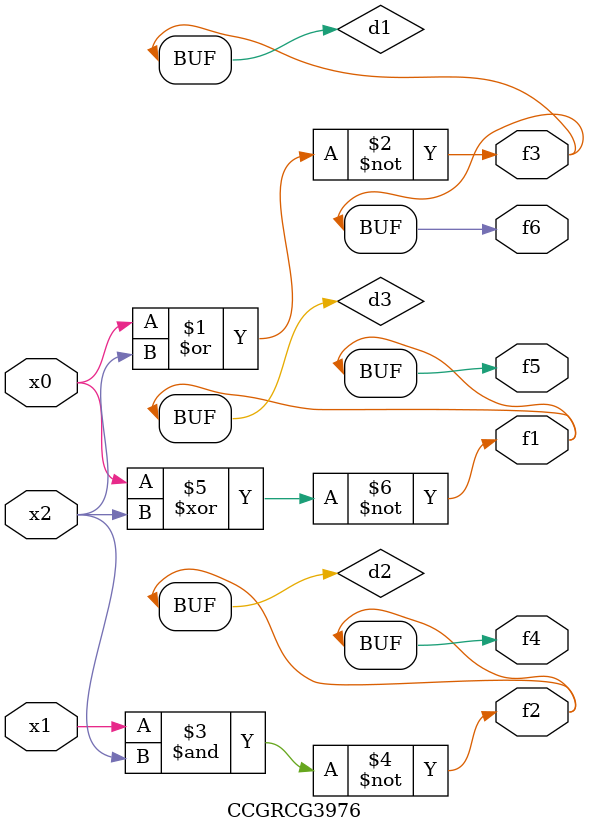
<source format=v>
module CCGRCG3976(
	input x0, x1, x2,
	output f1, f2, f3, f4, f5, f6
);

	wire d1, d2, d3;

	nor (d1, x0, x2);
	nand (d2, x1, x2);
	xnor (d3, x0, x2);
	assign f1 = d3;
	assign f2 = d2;
	assign f3 = d1;
	assign f4 = d2;
	assign f5 = d3;
	assign f6 = d1;
endmodule

</source>
